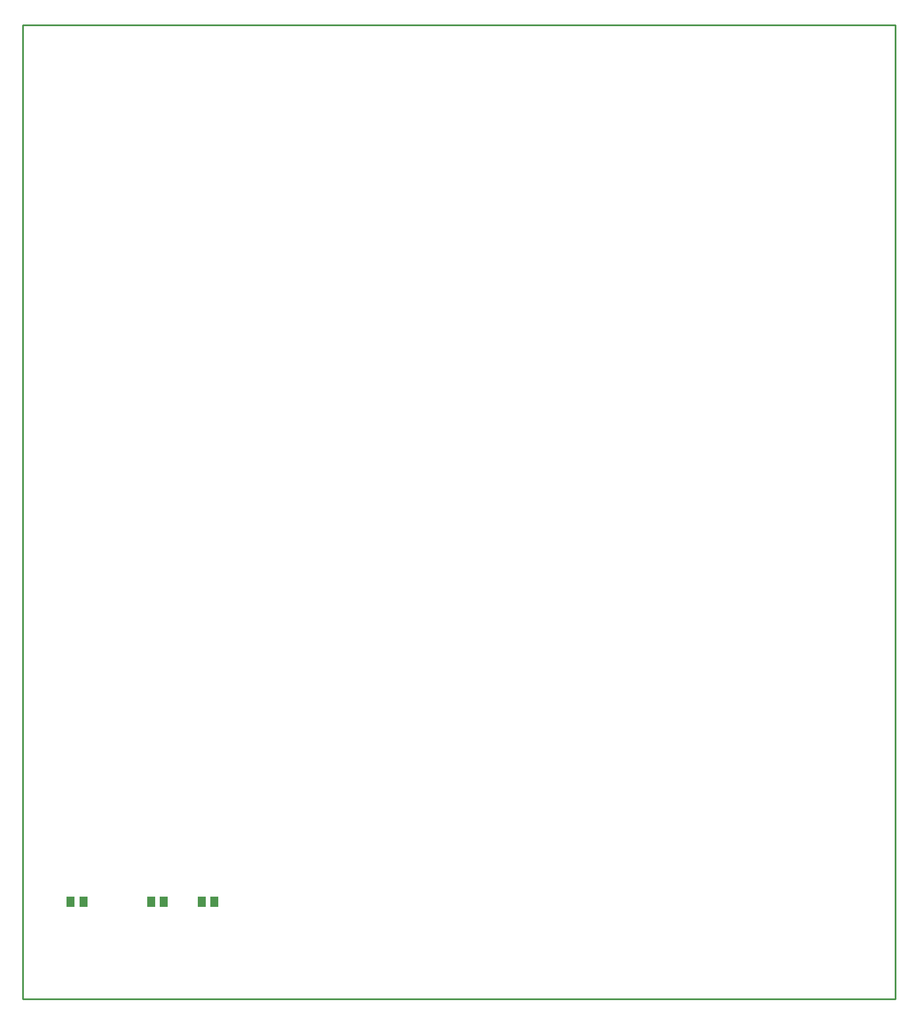
<source format=gtp>
G04*
G04 #@! TF.GenerationSoftware,Altium Limited,CircuitStudio,1.5.2 (1.5.2.30)*
G04*
G04 Layer_Color=7318015*
%FSLAX44Y44*%
%MOMM*%
G71*
G01*
G75*
%ADD10R,1.3000X1.6000*%
%ADD11C,0.2540*%
D10*
X1768344Y1305300D02*
D03*
X1787344D02*
D03*
X1862344D02*
D03*
X1843344D02*
D03*
X1667344D02*
D03*
X1648344D02*
D03*
D11*
X1577000Y1161000D02*
Y2611000D01*
Y1161000D02*
X2877000D01*
Y2611000D01*
X1577000D02*
X2877000D01*
M02*

</source>
